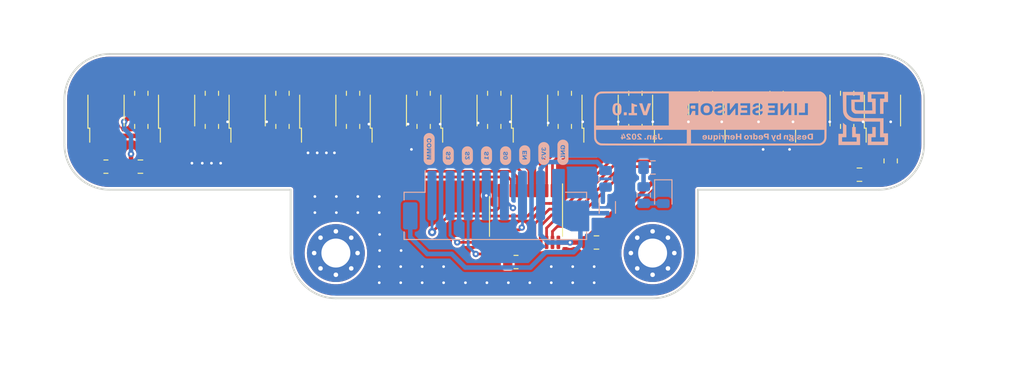
<source format=kicad_pcb>
(kicad_pcb (version 20221018) (generator pcbnew)
  (layers (0 "F.Cu" signal) (31 "B.Cu" signal) (34 "B.Paste" user) (35 "F.Paste" user) (36 "B.SilkS" user "B.Silkscreen") (37 "F.SilkS" user "F.Silkscreen") (38 "B.Mask" user) (39 "F.Mask" user) (44 "Edge.Cuts" user))
  (net 0 "")
  (net 1 "+3V3")
  (net 2 "GND")
  (net 3 "/EN")
  (net 4 "/COMM")
  (net 5 "Net-(U1-A)")
  (net 6 "/S1")
  (net 7 "Net-(U2-A)")
  (net 8 "/S2")
  (net 9 "Net-(U3-A)")
  (net 10 "/S3")
  (net 11 "Net-(U4-A)")
  (net 12 "Net-(U5-A)")
  (net 13 "Net-(U6-A)")
  (net 14 "Net-(U7-A)")
  (net 15 "Net-(U8-A)")
  (net 16 "Net-(U9-A)")
  (net 17 "Net-(U10-A)")
  (net 22 "Net-(U12-A)")
  (net 23 "Net-(U13-A)")
  (net 24 "Net-(D1-A)")
  (net 25 "/S0")
  (net 26 "/I1")
  (net 27 "/I2")
  (net 28 "/I3")
  (net 29 "/I4")
  (net 30 "/I5")
  (net 31 "/I6")
  (net 32 "/I7")
  (net 33 "/I8")
  (net 34 "/I9")
  (net 35 "/I10")
  (net 36 "/I11")
  (net 37 "/I12")
  (net 38 "Earth")
  (net 39 "Net-(Q101-G)")
  (footprint "Custom:ITR8307_S18_TR8_B" (layer "F.Cu") (at 146.4 46.25)
    (fp_text reference "U6" hide)
    (fp_text value "ITR8307")
  )
  (footprint "Resistor_SMD:R_0805_2012Metric" (layer "F.Cu") (at 144.907 62.992 180)
    (fp_text reference "R21" hide)
    (fp_text value "10k")
  )
  (footprint "Resistor_SMD:R_0805_2012Metric" (layer "F.Cu") (at 186.309 51.816 90)
    (fp_text reference "R2" hide)
    (fp_text value "10k")
  )
  (footprint "Resistor_SMD:R_0805_2012Metric" (layer "F.Cu") (at 111.3 48.006 -90)
    (fp_text reference "R23" hide)
    (fp_text value "10k")
  )
  (footprint "Capacitor_SMD:C_0805_2012Metric_Pad1.18x1.45mm_HandSolder" (layer "F.Cu") (at 182.8585 53.34 180)
    (fp_text reference "C3" hide)
    (fp_text value "100n")
  )
  (footprint "Custom:ITR8307_S18_TR8_B" (layer "F.Cu") (at 123 46.25)
    (fp_text reference "U9" hide)
    (fp_text value "ITR8307")
  )
  (footprint "Resistor_SMD:R_0805_2012Metric" (layer "F.Cu") (at 173.7 44.3465 -90)
    (fp_text reference "R3" hide)
    (fp_text value "100")
  )
  (footprint "Custom:ITR8307_S18_TR8_B" (layer "F.Cu") (at 177.6 46.25)
    (fp_text reference "U2" hide)
    (fp_text value "ITR8307")
  )
  (footprint "Resistor_SMD:R_0805_2012Metric" (layer "F.Cu") (at 126.9 48.006 -90)
    (fp_text reference "R18" hide)
    (fp_text value "10k")
  )
  (footprint "MountingHole:MountingHole_3.2mm_M3_Pad_Via" (layer "F.Cu") (at 125 62)
    (fp_text reference "H1" hide)
    (fp_text value "MountingHole")
  )
  (footprint "Resistor_SMD:R_0805_2012Metric" (layer "F.Cu") (at 181.5 48.006 -90)
    (fp_text reference "R4" hide)
    (fp_text value "10k")
  )
  (footprint "Resistor_SMD:R_0805_2012Metric" (layer "F.Cu") (at 165.9 44.3465 -90)
    (fp_text reference "R5" hide)
    (fp_text value "100")
  )
  (footprint "MountingHole:MountingHole_3.2mm_M3_Pad_Via" (layer "F.Cu") (at 160 62)
    (fp_text reference "H2" hide)
    (fp_text value "MountingHole")
  )
  (footprint "Custom:ITR8307_S18_TR8_B" (layer "F.Cu") (at 185.4 46.25)
    (fp_text reference "U1" hide)
    (fp_text value "ITR8307")
  )
  (footprint "Custom:ITR8307_S18_TR8_B" (layer "F.Cu") (at 130.8 46.25)
    (fp_text reference "U8" hide)
    (fp_text value "ITR8307")
  )
  (footprint "Resistor_SMD:R_0805_2012Metric" (layer "F.Cu") (at 126.9 44.3465 -90)
    (fp_text reference "R15" hide)
    (fp_text value "100")
  )
  (footprint "Resistor_SMD:R_0805_2012Metric" (layer "F.Cu") (at 150.3 44.3465 -90)
    (fp_text reference "R9" hide)
    (fp_text value "100")
  )
  (footprint "Resistor_SMD:R_0805_2012Metric" (layer "F.Cu") (at 150.3 48.006 -90)
    (fp_text reference "R12" hide)
    (fp_text value "10k")
  )
  (footprint "Custom:ITR8307_S18_TR8_B" (layer "F.Cu") (at 138.6 46.25)
    (fp_text reference "U7" hide)
    (fp_text value "ITR8307")
  )
  (footprint "Resistor_SMD:R_0805_2012Metric" (layer "F.Cu") (at 134.7 44.3465 -90)
    (fp_text reference "R13" hide)
    (fp_text value "100")
  )
  (footprint "Custom:ITR8307_S18_TR8_B" (layer "F.Cu") (at 162 46.25)
    (fp_text reference "U4" hide)
    (fp_text value "ITR8307")
  )
  (footprint "Custom:ITR8307_S18_TR8_B" (layer "F.Cu") (at 99.6 46.25)
    (fp_text reference "U13" hide)
    (fp_text value "ITR8307")
  )
  (footprint "Package_SO:TSSOP-24_4.4x7.8mm_P0.65mm" (layer "F.Cu") (at 146.01 57.955 -90)
    (fp_text reference "U11" hide)
    (fp_text value "74HC4067PW")
  )
  (footprint "Custom:ITR8307_S18_TR8_B" (layer "F.Cu") (at 169.8 46.25)
    (fp_text reference "U3" hide)
    (fp_text value "ITR8307")
  )
  (footprint "Resistor_SMD:R_0805_2012Metric" (layer "F.Cu") (at 158.1 48.006 -90)
    (fp_text reference "R10" hide)
    (fp_text value "10k")
  )
  (footprint "Resistor_SMD:R_0805_2012Metric" (layer "F.Cu") (at 173.7 48.006 -90)
    (fp_text reference "R6" hide)
    (fp_text value "10k")
  )
  (footprint "Custom:ITR8307_S18_TR8_B" (layer "F.Cu") (at 115.2 46.25)
    (fp_text reference "U10" hide)
    (fp_text value "ITR8307")
  )
  (footprint "Resistor_SMD:R_0805_2012Metric" (layer "F.Cu") (at 99.5895 52.451)
    (fp_text reference "R24" hide)
    (fp_text value "100")
  )
  (footprint "Resistor_SMD:R_0805_2012Metric" (layer "F.Cu") (at 165.9 48.006 -90)
    (fp_text reference "R8" hide)
    (fp_text value "10k")
  )
  (footprint "Resistor_SMD:R_0805_2012Metric" (layer "F.Cu") (at 158.1 44.3465 -90)
    (fp_text reference "R7" hide)
    (fp_text value "100")
  )
  (footprint "Resistor_SMD:R_0805_2012Metric" (layer "F.Cu") (at 103.5 44.3465 -90)
    (fp_text reference "R22" hide)
    (fp_text value "100")
  )
  (footprint "Custom:ITR8307_S18_TR8_B" (layer "F.Cu") (at 107.4 46.25)
    (fp_text reference "U12" hide)
    (fp_text value "ITR8307")
  )
  (footprint "Resistor_SMD:R_0805_2012Metric" (layer "F.Cu") (at 142.5 44.3465 -90)
    (fp_text reference "R11" hide)
    (fp_text value "100")
  )
  (footprint "Resistor_SMD:R_0805_2012Metric" (layer "F.Cu") (at 119.1 44.3465 -90)
    (fp_text reference "R17" hide)
    (fp_text value "100")
  )
  (footprint "Capacitor_SMD:C_0805_2012Metric_Pad1.18x1.45mm_HandSolder" (layer "F.Cu") (at 103.3995 52.451)
    (fp_text reference "C2" hide)
    (fp_text value "100n")
  )
  (footprint "Resistor_SMD:R_0805_2012Metric" (layer "F.Cu") (at 181.5 44.3465 -90)
    (fp_text reference "R1" hide)
    (fp_text value "100")
  )
  (footprint "Custom:ITR8307_S18_TR8_B" (layer "F.Cu") (at 154.2 46.25)
    (fp_text reference "U5" hide)
    (fp_text value "ITR8307")
  )
  (footprint "Resistor_SMD:R_0805_2012Metric" (layer "F.Cu") (at 103.5 48.006 -90)
    (fp_text reference "R25" hide)
    (fp_text value "10k")
  )
  (footprint "Resistor_SMD:R_0805_2012Metric" (layer "F.Cu") (at 134.7 48.006 -90)
    (fp_text reference "R16" hide)
    (fp_text value "10k")
  )
  (footprint "Capacitor_SMD:C_0805_2012Metric_Pad1.18x1.45mm_HandSolder" (layer "F.Cu") (at 153.797 60.833)
    (fp_text reference "C1" hide)
    (fp_text value "100n")
  )
  (footprint "Resistor_SMD:R_0805_2012Metric" (layer "F.Cu") (at 119.1 48.006 -90)
    (fp_text reference "R20" hide)
    (fp_text value "10k")
  )
  (footprint "Resistor_SMD:R_0805_2012Metric" (layer "F.Cu") (at 111.3 44.3465 -90)
    (fp_text reference "R19" hide)
    (fp_text value "100")
  )
  (footprint "Resistor_SMD:R_0805_2012Metric" (layer "F.Cu") (at 142.5 48.006 -90)
    (fp_text reference "R14" hide)
    (fp_text value "10k")
  )
  (footprint "LED_SMD:LED_0805_2012Metric" (layer "B.Cu") (at 161.1805 55.591 -90)
    (fp_text reference "D1" hide)
    (fp_text value "LED")
  )
  (footprint "Resistor_SMD:R_0805_2012Metric" (layer "B.Cu") (at 159.0215 55.591 -90)
    (fp_text reference "R26" hide)
    (fp_text value "1K")
  )
  (footprint "LOGO" (layer "B.Cu") (at 169.799 47.117 180)
    (fp_text reference "G***" hide)
    (fp_text value "LOGO" hide)
  )
  (footprint "Capacitor_SMD:C_0805_2012Metric_Pad1.18x1.45mm_HandSolder" (layer "B.Cu") (at 160.0375 52.543)
    (fp_text reference "C4" hide)
    (fp_text value "100n")
  )
  (footprint "LOGO" (layer "B.Cu") (at 142.7 50.5 -90)
    (fp_text reference "G***" hide)
    (fp_text value "LOGO" hide)
  )
  (footprint "Connector_JST:JST_PH_B8B-PH-SM4-TB_1x08-1MP_P2.00mm_Vertical" (layer "B.Cu") (at 142.621 56.142)
    (fp_text reference "J1" hide)
    (fp_text value "Conn_01x06_Socket")
  )
  (footprint "Package_TO_SOT_SMD:SOT-523" (layer "B.Cu") (at 155 56.955 -90)
    (fp_text reference "Q101" hide)
    (fp_text value "DMG1012T")
  )
  (footprint "Resistor_SMD:R_0805_2012Metric" (layer "B.Cu") (at 154.8 53.8 -90)
    (fp_text reference "R101" hide)
    (fp_text value "1k")
  )
  (gr_arc (start 165 62) (mid 163.535534 65.535534) (end 160 67) (stroke (width 0.2)) (layer "Edge.Cuts"))
  (gr_line (start 190 45) (end 190 50) (stroke (width 0.2)) (layer "Edge.Cuts"))
  (gr_arc (start 95 45) (mid 96.464466 41.464467) (end 100 40) (stroke (width 0.2)) (layer "Edge.Cuts"))
  (gr_line (start 185 55) (end 165 55) (stroke (width 0.2)) (layer "Edge.Cuts"))
  (gr_line (start 95 45) (end 95 50) (stroke (width 0.2)) (layer "Edge.Cuts"))
  (gr_line (start 100 55) (end 120 55) (stroke (width 0.2)) (layer "Edge.Cuts"))
  (gr_line (start 120 62) (end 120 55) (stroke (width 0.2)) (layer "Edge.Cuts"))
  (gr_line (start 165 55) (end 165 62) (stroke (width 0.2)) (layer "Edge.Cuts"))
  (gr_line (start 160 67) (end 125 67) (stroke (width 0.2)) (layer "Edge.Cuts"))
  (gr_arc (start 100 55) (mid 96.464466 53.535534) (end 95 50) (stroke (width 0.2)) (layer "Edge.Cuts"))
  (gr_arc (start 190 50) (mid 188.535534 53.535533) (end 185 55) (stroke (width 0.2)) (layer "Edge.Cuts"))
  (gr_arc (start 185 40) (mid 188.535533 41.464466) (end 190 45) (stroke (width 0.2)) (layer "Edge.Cuts"))
  (gr_arc (start 125 67) (mid 121.464466 65.535534) (end 120 62) (stroke (width 0.2)) (layer "Edge.Cuts"))
  (gr_line (start 100 40) (end 185 40) (stroke (width 0.2)) (layer "Edge.Cuts"))
  (segment (start 181.5 46.228) (end 186.944 46.228) (width 0.5) (layer "F.Cu") (net 1))
  (segment (start 111.3 45.259) (end 111.3 47.0935) (width 0.5) (layer "F.Cu") (net 1))
  (segment (start 150.876 60.833) (end 149.6005 60.833) (width 0.5) (layer "F.Cu") (net 1))
  (segment (start 101.981 47.117) (end 102.108 47.117) (width 0.5) (layer "F.Cu") (net 1))
  (segment (start 173.7 45.259) (end 173.7 47.0935) (width 0.5) (layer "F.Cu") (net 1))
  (segment (start 157.48 56.685) (end 160.698 53.467) (width 0.5) (layer "F.Cu") (net 1))
  (segment (start 187.96 51.816) (end 187.0475 52.7285) (width 0.5) (layer "F.Cu") (net 1))
  (segment (start 183.515 51.943) (end 183.896 52.324) (width 0.5) (layer "F.Cu") (net 1))
  (segment (start 186.944 46.228) (end 187.96 47.244) (width 0.5) (layer "F.Cu") (net 1))
  (segment (start 180.086 51.943) (end 183.515 51.943) (width 0.5) (layer "F.Cu") (net 1))
  (segment (start 142.5 45.259) (end 142.5 47.0935) (width 0.5) (layer "F.Cu") (net 1))
  (segment (start 183.896 52.324) (end 183.896 53.34) (width 0.5) (layer "F.Cu") (net 1))
  (segment (start 181.5 46.228) (end 181.5 47.0935) (width 0.5) (layer "F.Cu") (net 1))
  (segment (start 102.362 52.451) (end 102.362 51.054) (width 0.5) (layer "F.Cu") (net 1))
  (segment (start 158.1 45.259) (end 158.1 47.0935) (width 0.5) (layer "F.Cu") (net 1))
  (segment (start 102.1315 47.0935) (end 103.5 47.0935) (width 0.5) (layer "F.Cu") (net 1))
  (segment (start 119.1 45.259) (end 119.1 47.0935) (width 0.5) (layer "F.Cu") (net 1))
  (segment (start 152.7595 60.833) (end 152.7595 60.3465) (width 0.5) (layer "F.Cu") (net 1))
  (segment (start 103.5 45.259) (end 103.5 46.228) (width 0.5) (layer "F.Cu") (net 1))
  (segment (start 183.896 53.34) (end 185.6975 53.34) (width 0.5) (layer "F.Cu") (net 1))
  (segment (start 181.5 46.228) (end 103.5 46.228) (width 0.5) (layer "F.Cu") (net 1))
  (segment (start 156.421 56.685) (end 157.48 56.685) (width 0.5) (layer "F.Cu") (net 1))
  (segment (start 185.6975 53.34) (end 186.309 52.7285) (width 0.5) (layer "F.Cu") (net 1))
  (segment (start 134.7 45.259) (end 134.7 47.0935) (width 0.5) (layer "F.Cu") (net 1))
  (segment (start 181.5 45.259) (end 181.5 46.228) (width 0.5) (layer "F.Cu") (net 1))
  (segment (start 101.6 47.498) (end 101.981 47.117) (width 0.5) (layer "F.Cu") (net 1))
  (segment (start 126.9 45.259) (end 126.9 47.0935) (width 0.5) (layer "F.Cu") (net 1))
  (segment (start 160.698 53.467) (end 178.562 53.467) (width 0.5) (layer "F.Cu") (net 1))
  (segment (start 165.9 45.259) (end 165.9 47.0935) (width 0.5) (layer "F.Cu") (net 1))
  (segment (start 150.3 45.259) (end 150.3 47.0935) (width 0.5) (layer "F.Cu") (net 1))
  (segment (start 100.502 52.451) (end 102.362 52.451) (width 0.5) (layer "F.Cu") (net 1))
  (segment (start 187.96 47.244) (end 187.96 51.816) (width 0.5) (layer "F.Cu") (net 1))
  (segment (start 152.7595 60.3465) (end 156.421 56.685) (width 0.5) (layer "F.Cu") (net 1))
  (segment (start 178.562 53.467) (end 180.086 51.943) (width 0.5) (layer "F.Cu") (net 1))
  (segment (start 187.0475 52.7285) (end 186.309 52.7285) (width 0.5) (layer "F.Cu") (net 1))
  (segment (start 103.5 46.228) (end 103.5 47.0935) (width 0.5) (layer "F.Cu") (net 1))
  (segment (start 102.108 47.117) (end 102.1315 47.0935) (width 0.5) (layer "F.Cu") (net 1))
  (segment (start 152.7595 60.833) (end 150.876 60.833) (width 0.5) (layer "F.Cu") (net 1))
  (via (at 101.6 47.498) (size 0.7) (drill 0.3) (layers "F.Cu" "B.Cu") (net 1))
  (via (at 150.876 60.833) (size 0.7) (drill 0.3) (layers "F.Cu" "B.Cu") (net 1))
  (via (at 102.362 51.054) (size 0.7) (drill 0.3) (layers "F.Cu" "B.Cu") (net 1))
  (segment (start 159 52.543) (end 159 54.657) (width 0.5) (layer "B.Cu") (net 1))
  (segment (start 148.463 60.833) (end 150.876 60.833) (width 0.5) (layer "B.Cu") (net 1))
  (segment (start 101.6 48.26) (end 101.6 47.498) (width 0.5) (layer "B.Cu") (net 1))
  (segment (start 147.621 55.642) (end 147.621 59.991) (width 0.5) (layer "B.Cu") (net 1))
  (segment (start 148.336 51.943) (end 153.8555 51.943) (width 0.5) (layer "B.Cu") (net 1))
  (segment (start 147.621 55.642) (end 147.621 52.658) (width 0.5) (layer "B.Cu") (net 1))
  (segment (start 147.621 59.991) (end 148.463 60.833) (width 0.5) (layer "B.Cu") (net 1))
  (segment (start 102.362 51.054) (end 102.362 49.022) (width 0.5) (layer "B.Cu") (net 1))
  (segment (start 147.621 52.658) (end 148.336 51.943) (width 0.5) (layer "B.Cu") (net 1))
  (segment (start 102.362 49.022) (end 101.6 48.26) (width 0.5) (layer "B.Cu") (net 1))
  (segment (start 153.8555 51.943) (end 154.8 52.8875) (width 0.5) (layer "B.Cu") (net 1))
  (via (at 151.172332 63.5) (size 0.7) (drill 0.3) (layers "F.Cu" "B.Cu") (net 2))
  (via (at 153.543 63.5) (size 0.7) (drill 0.3) (layers "F.Cu" "B.Cu") (net 2))
  (via (at 167.64 47.498) (size 0.7) (drill 0.3) (layers "F.Cu" "B.Cu") (net 2))
  (via (at 132.207 61.722) (size 0.7) (drill 0.3) (layers "F.Cu" "B.Cu") (net 2))
  (via (at 117.348 47.498) (size 0.7) (drill 0.3) (layers "F.Cu" "B.Cu") (net 2))
  (via (at 136.906 65.278) (size 0.7) (drill 0.3) (layers "F.Cu" "B.Cu") (net 2))
  (via (at 122.682 57.531) (size 0.7) (drill 0.3) (layers "F.Cu" "B.Cu") (net 2))
  (via (at 132.969 47.752) (size 0.7) (drill 0.3) (layers "F.Cu" "B.Cu") (net 2))
  (via (at 144.060332 65.278) (size 0.7) (drill 0.3) (layers "F.Cu" "B.Cu") (net 2))
  (via (at 132.164666 63.5) (size 0.7) (drill 0.3) (layers "F.Cu" "B.Cu") (net 2))
  (via (at 127.423332 57.531) (size 0.7) (drill 0.3) (layers "F.Cu" "B.Cu") (net 2))
  (via (at 113.03 47.498) (size 0.7) (drill 0.3) (layers "F.Cu" "B.Cu") (net 2))
  (via (at 153.543 65.278) (size 0.7) (drill 0.3) (layers "F.Cu" "B.Cu") (net 2))
  (via (at 123.952 50.927) (size 0.7) (drill 0.3) (layers "F.Cu" "B.Cu") (net 2))
  (via (at 121.92 50.927) (size 0.7) (drill 0.3) (layers "F.Cu" "B.Cu") (net 2))
  (via (at 171.704 47.498) (size 0.7) (drill 0.3) (layers "F.Cu" "B.Cu") (net 2))
  (via (at 129.794 57.531) (size 0.7) (drill 0.3) (layers "F.Cu" "B.Cu") (net 2))
  (via (at 151.172332 65.278) (size 0.7) (drill 0.3) (layers "F.Cu" "B.Cu") (net 2))
  (via (at 160.02 47.498) (size 0.7) (drill 0.3) (layers "F.Cu" "B.Cu") (net 2))
  (via (at 186.309 47.498) (size 0.7) (drill 0.3) (layers "F.Cu" "B.Cu") (net 2))
  (via (at 110.236 52.07) (size 0.7) (drill 0.3) (layers "F.Cu" "B.Cu") (net 2))
  (via (at 132.164666 65.278) (size 0.7) (drill 0.3) (layers "F.Cu" "B.Cu") (net 2))
  (via (at 125.052666 57.531) (size 0.7) (drill 0.3) (layers "F.Cu" "B.Cu") (net 2))
  (via (at 124.841 50.927) (size 0.7) (drill 0.3) (layers "F.Cu" "B.Cu") (net 2))
  (via (at 140.716 47.625) (size 0.7) (drill 0.3) (layers "F.Cu" "B.Cu") (net 2))
  (via (at 111.252 52.07) (size 0.7) (drill 0.3) (layers "F.Cu" "B.Cu") (net 2))
  (via (at 148.801666 65.278) (size 0.7) (drill 0.3) (layers "F.Cu" "B.Cu") (net 2))
  (via (at 134.535332 63.5) (size 0.7) (drill 0.3) (layers "F.Cu" "B.Cu") (net 2))
  (via (at 148.463 47.625) (size 0.7) (drill 0.3) (layers "F.Cu" "B.Cu") (net 2))
  (via (at 129.836334 59.944) (size 0.7) (drill 0.3) (layers "F.Cu" "B.Cu") (net 2))
  (via (at 122.682 55.753) (size 0.7) (drill 0.3) (layers "F.Cu" "B.Cu") (net 2))
  (via (at 109.093 52.07) (size 0.7) (drill 0.3) (layers "F.Cu" "B.Cu") (net 2))
  (via (at 156.21 47.498) (size 0.7) (drill 0.3) (layers "F.Cu" "B.Cu") (net 2))
  (via (at 183.261 47.498) (size 0.7) (drill 0.3) (layers "F.Cu" "B.Cu") (net 2))
  (via (at 122.936 50.927) (size 0.7) (drill 0.3) (layers "F.Cu" "B.Cu") (net 2))
  (via (at 134.535332 65.278) (size 0.7) (drill 0.3) (layers "F.Cu" "B.Cu") (net 2))
  (via (at 133.35 50.546) (size 0.7) (drill 0.3) (layers "F.Cu" "B.Cu") (net 2))
  (via (at 141.689666 65.278) (size 0.7) (drill 0.3) (layers "F.Cu" "B.Cu") (net 2))
  (via (at 129.794 63.5) (size 0.7) (drill 0.3) (layers "F.Cu" "B.Cu") (net 2))
  (via (at 175.133 50.546) (size 0.7) (drill 0.3) (layers "F.Cu" "B.Cu") (net 2))
  (via (at 179.578 47.498) (size 0.7) (drill 0.3) (layers "F.Cu" "B.Cu") (net 2))
  (via (at 127.423332 55.753) (size 0.7) (drill 0.3) (layers "F.Cu" "B.Cu") (net 2))
  (via (at 136.525 47.752) (size 0.7) (drill 0.3) (layers "F.Cu" "B.Cu") (net 2))
  (via (at 112.268 52.07) (size 0.7) (drill 0.3) (layers "F.Cu" "B.Cu") (net 2))
  (via (at 144.272 47.498) (size 0.7) (drill 0.3) (layers "F.Cu" "B.Cu") (net 2))
  (via (at 139.319 65.278) (size 0.7) (drill 0.3) (layers "F.Cu" "B.Cu") (net 2))
  (via (at 146.431 65.278) (size 0.7) (drill 0.3) (layers "F.Cu" "B.Cu") (net 2))
  (via (at 163.957 47.498) (size 0.7) (drill 0.3) (layers "F.Cu" "B.Cu") (net 2))
  (via (at 136.906 63.5) (size 0.7) (drill 0.3) (layers "F.Cu" "B.Cu") (net 2))
  (via (at 125.052666 55.753) (size 0.7) (drill 0.3) (layers "F.Cu" "B.Cu") (net 2))
  (via (at 129.836334 61.722) (size 0.7) (drill 0.3) (layers "F.Cu" "B.Cu") (net 2))
  (via (at 129.794 55.753) (size 0.7) (drill 0.3) (layers "F.Cu" "B.Cu") (net 2))
  (via (at 148.801666 63.5) (size 0.7) (drill 0.3) (layers "F.Cu" "B.Cu") (net 2))
  (via (at 172.212 50.546) (size 0.7) (drill 0.3) (layers "F.Cu" "B.Cu") (net 2))
  (via (at 152.273 47.498) (size 0.7) (drill 0.3) (layers "F.Cu" "B.Cu") (net 2))
  (via (at 128.651 47.752) (size 0.7) (drill 0.3) (layers "F.Cu" "B.Cu") (net 2))
  (via (at 175.514 47.498) (size 0.7) (drill 0.3) (layers "F.Cu" "B.Cu") (net 2))
  (via (at 129.794 65.278) (size 0.7) (drill 0.3) (layers "F.Cu" "B.Cu") (net 2))
  (segment (start 143.735 60.8175) (end 143.735 62.7325) (width 0.3) (layer "F.Cu") (net 3))
  (segment (start 143.735 62.7325) (end 143.9945 62.992) (width 0.3) (layer "F.Cu") (net 3))
  (segment (start 143.735 60.8175) (end 143.735 59.719) (width 0.3) (layer "F.Cu") (net 3))
  (segment (start 145.288 59.436) (end 145.542 59.182) (width 0.3) (layer "F.Cu") (net 3))
  (segment (start 143.735 59.719) (end 144.018 59.436) (width 0.3) (layer "F.Cu") (net 3))
  (segment (start 144.018 59.436) (end 145.288 59.436) (width 0.3) (layer "F.Cu") (net 3))
  (via (at 145.542 59.182) (size 0.7) (drill 0.3) (layers "F.Cu" "B.Cu") (net 3))
  (segment (start 145.542 59.182) (end 145.621 59.103) (width 0.3) (layer "B.Cu") (net 3))
  (segment (start 145.621 59.103) (end 145.621 55.642) (width 0.3) (layer "B.Cu") (net 3))
  (segment (start 148.59 56.515) (end 147.574 56.515) (width 0.3) (layer "F.Cu") (net 4))
  (segment (start 148.899999 56.515) (end 148.59 56.515) (width 0.3) (layer "F.Cu") (net 4))
  (segment (start 137.414 57.912) (end 135.636 59.69) (width 0.3) (layer "F.Cu") (net 4))
  (segment (start 149.585 55.829999) (end 148.899999 56.515) (width 0.3) (layer "F.Cu") (net 4))
  (segment (start 146.177 57.912) (end 137.414 57.912) (width 0.3) (layer "F.Cu") (net 4))
  (segment (start 149.585 55.0925) (end 149.585 55.829999) (width 0.3) (layer "F.Cu") (net 4))
  (segment (start 147.574 56.515) (end 146.177 57.912) (width 0.3) (layer "F.Cu") (net 4))
  (via (at 135.636 59.69) (size 0.9) (drill 0.4) (layers "F.Cu" "B.Cu") (net 4))
  (segment (start 135.621 59.675) (end 135.621 55.642) (width 0.3) (layer "B.Cu") (net 4))
  (segment (start 135.636 59.69) (end 135.621 59.675) (width 0.3) (layer "B.Cu") (net 4))
  (segment (start 181.516 43.45) (end 181.5 43.434) (width 0.5) (layer "F.Cu") (net 5))
  (segment (start 184.5 43.45) (end 181.516 43.45) (width 0.5) (layer "F.Cu") (net 5))
  (segment (start 142.748 57.277) (end 142.090832 57.277) (width 0.3) (layer "F.Cu") (net 6))
  (segment (start 141.621 55.642) (end 141.621 56.807168) (width 0.3) (layer "F.Cu") (net 6))
  (segment (start 143.085 55.0925) (end 143.085 56.94) (width 0.3) (layer "F.Cu") (net 6))
  (segment (start 142.090832 57.277) (end 141.621 56.807168) (width 0.3) (layer "F.Cu") (net 6))
  (segment (start 143.085 56.94) (end 142.748 57.277) (width 0.3) (layer "F.Cu") (net 6))
  (via (at 141.621 55.642) (size 0.7) (drill 0.3) (layers "F.Cu" "B.Cu") (net 6))
  (segment (start 173.716 43.45) (end 173.7 43.434) (width 0.5) (layer "F.Cu") (net 7))
  (segment (start 176.7 43.45) (end 173.716 43.45) (width 0.5) (layer "F.Cu") (net 7))
  (segment (start 143.085 61.554999) (end 143.085 60.8175) (width 0.3) (layer "F.Cu") (net 8))
  (segment (start 142.536999 62.103) (end 143.085 61.554999) (width 0.3) (layer "F.Cu") (net 8))
  (segment (start 140.462 62.103) (end 142.536999 62.103) (width 0.3) (layer "F.Cu") (net 8))
  (via (at 140.462 62.103) (size 0.7) (drill 0.3) (layers "F.Cu" "B.Cu") (net 8))
  (segment (start 139.621 55.642) (end 139.621 61.262) (width 0.3) (layer "B.Cu") (net 8))
  (segment (start 139.621 61.262) (end 140.462 62.103) (width 0.3) (layer "B.Cu") (net 8))
  (segment (start 165.916 43.45) (end 165.9 43.434) (width 0.5) (layer "F.Cu") (net 9))
  (segment (start 168.9 43.45) (end 165.916 43.45) (width 0.5) (layer "F.Cu") (net 9))
  (segment (start 138.4145 60.8175) (end 142.435 60.8175) (width 0.3) (layer "F.Cu") (net 10))
  (via (at 138.4145 60.8175) (size 0.7) (drill 0.3) (layers "F.Cu" "B.Cu") (net 10))
  (segment (start 138.4145 60.8175) (end 137.621 60.024) (width 0.3) (layer "B.Cu") (net 10))
  (segment (start 137.621 60.024) (end 137.621 55.642) (width 0.3) (layer "B.Cu") (net 10))
  (segment (start 161.1 43.45) (end 158.116 43.45) (width 0.5) (layer "F.Cu") (net 11))
  (segment (start 158.116 43.45) (end 158.1 43.434) (width 0.5) (layer "F.Cu") (net 11))
  (segment (start 150.316 43.45) (end 150.3 43.434) (width 0.5) (layer "F.Cu") (net 12))
  (segment (start 153.3 43.45) (end 150.316 43.45) (width 0.5) (layer "F.Cu") (net 12))
  (segment (start 142.516 43.45) (end 142.5 43.434) (width 0.5) (layer "F.Cu") (net 13))
  (segment (start 145.5 43.45) (end 142.516 43.45) (width 0.5) (layer "F.Cu") (net 13))
  (segment (start 134.716 43.45) (end 134.7 43.434) (width 0.5) (layer "F.Cu") (net 14))
  (segment (start 137.7 43.45) (end 134.716 43.45) (width 0.5) (layer "F.Cu") (net 14))
  (segment (start 126.916 43.45) (end 126.9 43.434) (width 0.5) (layer "F.Cu") (net 15))
  (segment (start 129.9 43.45) (end 126.916 43.45) (width 0.5) (layer "F.Cu") (net 15))
  (segment (start 122.1 43.45) (end 119.116 43.45) (width 0.5) (layer "F.Cu") (net 16))
  (segment (start 119.116 43.45) (end 119.1 43.434) (width 0.5) (layer "F.Cu") (net 16))
  (segment (start 111.316 43.45) (end 111.3 43.434) (width 0.5) (layer "F.Cu") (net 17))
  (segment (start 114.3 43.45) (end 111.316 43.45) (width 0.5) (layer "F.Cu") (net 17))
  (segment (start 106.5 43.45) (end 103.516 43.45) (width 0.5) (layer "F.Cu") (net 22))
  (segment (start 103.516 43.45) (end 103.5 43.434) (width 0.5) (layer "F.Cu") (net 22))
  (segment (start 98.282 43.45) (end 97.028 44.704) (width 0.5) (layer "F.Cu") (net 23))
  (segment (start 98.7 43.45) (end 98.282 43.45) (width 0.5) (layer "F.Cu") (net 23))
  (segment (start 97.026 51.353) (end 98.124 52.451) (width 0.5) (layer "F.Cu") (net 23))
  (segment (start 97.028 44.704) (end 97.028 51.226) (width 0.5) (layer "F.Cu") (net 23))
  (segment (start 159.0215 56.5035) (end 161.1555 56.5035) (width 0.5) (layer "B.Cu") (net 24))
  (segment (start 143.735 56.187) (end 143.735 55.0925) (width 0.3) (layer "F.Cu") (net 25))
  (segment (start 144.571 57.023) (end 143.735 56.187) (width 0.3) (layer "F.Cu") (net 25))
  (via (at 144.571 57.023) (size 0.7) (drill 0.3) (layers "F.Cu" "B.Cu") (net 25))
  (segment (start 144.571 57.023) (end 143.621 56.073) (width 0.3) (layer "B.Cu") (net 25))
  (segment (start 143.621 56.073) (end 143.621 55.642) (width 0.3) (layer "B.Cu") (net 25))
  (segment (start 157.353 52.451) (end 177.927 52.451) (width 0.3) (layer "F.Cu") (net 26))
  (segment (start 186.3 49.05) (end 186.3 50.8945) (width 0.5) (layer "F.Cu") (net 26))
  (segment (start 179.4745 50.9035) (end 186.309 50.9035) (width 0.3) (layer "F.Cu") (net 26))
  (segment (start 148.935 59.599) (end 149.479 59.055) (width 0.3) (layer "F.Cu") (net 26))
  (segment (start 177.927 52.451) (end 179.4745 50.9035) (width 0.3) (layer "F.Cu") (net 26))
  (segment (start 149.479 59.055) (end 150.749 59.055) (width 0.3) (layer "F.Cu") (net 26))
  (segment (start 148.935 60.8175) (end 148.935 59.599) (width 0.3) (layer "F.Cu") (net 26))
  (segment (start 150.749 59.055) (end 157.353 52.451) (width 0.3) (layer "F.Cu") (net 26))
  (segment (start 186.3 50.8945) (end 186.309 50.9035) (width 0.5) (layer "F.Cu") (net 26))
  (segment (start 148.285 59.233) (end 149.098 58.42) (width 0.3) (layer "F.Cu") (net 27))
  (segment (start 150.495 58.42) (end 157.099 51.816) (width 0.3) (layer "F.Cu") (net 27))
  (segment (start 157.099 51.816) (end 176.911 51.816) (width 0.3) (layer "F.Cu") (net 27))
  (segment (start 149.098 58.42) (end 150.495 58.42) (width 0.3) (layer "F.Cu") (net 27))
  (segment (start 178.5 49.05) (end 181.3685 49.05) (width 0.5) (layer "F.Cu") (net 27))
  (segment (start 176.911 51.816) (end 178.5 50.227) (width 0.3) (layer "F.Cu") (net 27))
  (segment (start 181.3685 49.05) (end 181.5 48.9185) (width 0.5) (layer "F.Cu") (net 27))
  (segment (start 148.285 60.8175) (end 148.285 59.233) (width 0.3) (layer "F.Cu") (net 27))
  (segment (start 178.5 50.227) (end 178.5 49.05) (width 0.3) (layer "F.Cu") (net 27))
  (segment (start 150.241 57.785) (end 156.845 51.181) (width 0.3) (layer "F.Cu") (net 28))
  (segment (start 170.7 49.05) (end 173.5685 49.05) (width 0.5) (layer "F.Cu") (net 28))
  (segment (start 170.7 50.153) (end 170.7 49.05) (width 0.3) (layer "F.Cu") (net 28))
  (segment (start 156.845 51.181) (end 169.672 51.181) (width 0.3) (layer "F.Cu") (net 28))
  (segment (start 148.844 57.785) (end 150.241 57.785) (width 0.3) (layer "F.Cu") (net 28))
  (segment (start 169.672 51.181) (end 170.7 50.153) (width 0.3) (layer "F.Cu") (net 28))
  (segment (start 147.635 60.8175) (end 147.635 58.994) (width 0.3) (layer "F.Cu") (net 28))
  (segment (start 173.5685 49.05) (end 173.7 48.9185) (width 0.5) (layer "F.Cu") (net 28))
  (segment (start 147.635 58.994) (end 148.844 57.785) (width 0.3) (layer "F.Cu") (net 28))
  (segment (start 156.591 50.546) (end 161.404 50.546) (width 0.3) (layer "F.Cu") (net 29))
  (segment (start 146.985 60.8175) (end 146.985 58.755) (width 0.3) (layer "F.Cu") (net 29))
  (segment (start 161.404 50.546) (end 162.9 49.05) (width 0.3) (layer "F.Cu") (net 29))
  (segment (start 148.59 57.15) (end 149.987 57.15) (width 0.3) (layer "F.Cu") (net 29))
  (segment (start 146.985 58.755) (end 148.59 57.15) (width 0.3) (layer "F.Cu") (net 29))
  (segment (start 165.7685 49.05) (end 165.9 48.9185) (width 0.5) (layer "F.Cu") (net 29))
  (segment (start 162.9 49.05) (end 165.7685 49.05) (width 0.5) (layer "F.Cu") (net 29))
  (segment (start 149.987 57.15) (end 156.591 50.546) (width 0.3) (layer "F.Cu") (net 29))
  (segment (start 148.935 55.0925) (end 148.935 51.979) (width 0.3) (layer "F.Cu") (net 30))
  (segment (start 155.1 49.05) (end 157.9685 49.05) (width 0.5) (layer "F.Cu") (net 30))
  (segment (start 153.797 51.054) (end 155.1 49.751) (width 0.3) (layer "F.Cu") (net 30))
  (segment (start 157.9685 49.05) (end 158.1 48.9185) (width 0.5) (layer "F.Cu") (net 30))
  (segment (start 149.86 51.054) (end 153.797 51.054) (width 0.3) (layer "F.Cu") (net 30))
  (segment (start 148.935 51.979) (end 149.86 51.054) (width 0.3) (layer "F.Cu") (net 30))
  (segment (start 155.1 49.751) (end 155.1 49.05) (width 0.3) (layer "F.Cu") (net 30))
  (segment (start 148.285 54.2875) (end 148.285 51.892) (width 0.3) (layer "F.Cu") (net 31))
  (segment (start 148.285 51.892) (end 147.3 50.907) (width 0.3) (layer "F.Cu") (net 31))
  (segment (start 147.3 50.907) (end 147.3 49.05) (width 0.3) (layer "F.Cu") (net 31))
  (segment (start 150.1685 49.05) (end 150.3 48.9185) (width 0.5) (layer "F.Cu") (net 31))
  (segment (start 147.3 49.05) (end 150.1685 49.05) (width 0.5) (layer "F.Cu") (net 31))
  (segment (start 142.5 49.917) (end 142.5 48.9185) (width 0.3) (layer "F.Cu") (net 32))
  (segment (start 145.796 50.419) (end 143.002 50.419) (width 0.3) (layer "F.Cu") (net 32))
  (segment (start 139.5 49.05) (end 142.3685 49.05) (width 0.5) (layer "F.Cu") (net 32))
  (segment (start 142.3685 49.05) (end 142.5 48.9185) (width 0.5) (layer "F.Cu") (net 32))
  (segment (start 147.635 54.2875) (end 147.635 52.258) (width 0.3) (layer "F.Cu") (net 32))
  (segment (start 143.002 50.419) (end 142.5 49.917) (width 0.3) (layer "F.Cu") (net 32))
  (segment (start 147.635 52.258) (end 145.796 50.419) (width 0.3) (layer "F.Cu") (net 32))
  (segment (start 134.7 49.864) (end 134.7 48.9185) (width 0.3) (layer "F.Cu") (net 33))
  (segment (start 146.985 54.2875) (end 146.985 52.497) (width 0.3) (layer "F.Cu") (net 33))
  (segment (start 131.7 49.05) (end 134.5685 49.05) (width 0.5) (layer "F.Cu") (net 33))
  (segment (start 145.542 51.054) (end 135.89 51.054) (width 0.3) (layer "F.Cu") (net 33))
  (segment (start 135.89 51.054) (end 134.7 49.864) (width 0.3) (layer "F.Cu") (net 33))
  (segment (start 134.5685 49.05) (end 134.7 48.9185) (width 0.5) (layer "F.Cu") (net 33))
  (segment (start 146.985 52.497) (end 145.542 51.054) (width 0.3) (layer "F.Cu") (net 33))
  (segment (start 126.7685 49.05) (end 126.9 48.9185) (width 0.5) (layer "F.Cu") (net 34))
  (segment (start 123.9 49.05) (end 126.7685 49.05) (width 0.5) (layer "F.Cu") (net 34))
  (segment (start 129.6705 51.689) (end 126.9 48.9185) (width 0.3) (layer "F.Cu") (net 34))
  (segment (start 146.335 54.2875) (end 146.335 52.863) (width 0.3) (layer "F.Cu") (net 34))
  (segment (start 145.161 51.689) (end 129.6705 51.689) (width 0.3) (layer "F.Cu") (net 34))
  (segment (start 146.335 52.863) (end 145.161 51.689) (width 0.3) (layer "F.Cu") (net 34))
  (segment (start 144.78 52.324) (end 120.904 52.324) (width 0.3) (layer "F.Cu") (net 35))
  (segment (start 145.685 54.2875) (end 145.685 53.229) (width 0.3) (layer "F.Cu") (net 35))
  (segment (start 118.9685 49.05) (end 119.1 48.9185) (width 0.5) (layer "F.Cu") (net 35))
  (segment (start 116.1 49.05) (end 118.9685 49.05) (width 0.5) (layer "F.Cu") (net 35))
  (segment (start 145.685 53.229) (end 144.78 52.324) (width 0.3) (layer "F.Cu") (net 35))
  (segment (start 119.1 50.52) (end 119.1 48.9185) (width 0.3) (layer "F.Cu") (net 35))
  (segment (start 120.904 52.324) (end 119.1 50.52) (width 0.3) (layer "F.Cu") (net 35))
  (segment (start 145.035 53.595) (end 144.399 52.959) (width 0.3) (layer "F.Cu") (net 36))
  (segment (start 111.1685 49.05) (end 111.3 48.9185) (width 0.5) (layer "F.Cu") (net 36))
  (segment (start 108.3 49.05) (end 111.1685 49.05) (width 0.5) (layer "F.Cu") (net 36))
  (segment (start 115.3405 52.959) (end 111.3 48.9185) (width 0.3) (layer "F.Cu") (net 36))
  (segment (start 145.035 54.2875) (end 145.035 53.595) (width 0.3) (layer "F.Cu") (net 36))
  (segment (start 144.399 52.959) (end 115.3405 52.959) (width 0.3) (layer "F.Cu") (net 36))
  (segment (start 108.204 53.594) (end 103.5285 48.9185) (width 0.3) (layer "F.Cu") (net 37))
  (segment (start 103.5285 48.9185) (end 103.5 48.9185) (width 0.3) (layer "F.Cu") (net 37))
  (segment (start 103.3685 49.05) (end 103.5 48.9185) (width 0.5) (layer "F.Cu") (net 37))
  (segment (start 144.385 53.961) (end 144.018 53.594) (width 0.3) (layer "F.Cu") (net 37))
  (segment (start 144.385 54.2875) (end 144.385 53.961) (width 0.3) (layer "F.Cu") (net 37))
  (segment (start 144.018 53.594) (end 108.204 53.594) (width 0.3) (layer "F.Cu") (net 37))
  (segment (start 100.5 49.05) (end 103.3685 49.05) (width 0.5) (layer "F.Cu") (net 37))
  (segment (start 146.5 63.6) (end 148.2 61.9) (width 0.5) (layer "B.Cu") (net 38))
  (segment (start 135.1 62.1) (end 137.8 62.1) (width 0.5) (layer "B.Cu") (net 38))
  (segment (start 137.8 62.1) (end 139.3 63.6) (width 0.5) (layer "B.Cu") (net 38))
  (segment (start 133.221 60.221) (end 135.1 62.1) (width 0.5) (layer "B.Cu") (net 38))
  (segment (start 152.021 61.144) (end 152.021 57.892) (width 0.5) (layer "B.Cu") (net 38))
  (segment (start 139.3 63.6) (end 146.5 63.6) (width 0.5) (layer "B.Cu") (net 38))
  (segment (start 152.313 57.6) (end 152.021 57.892) (width 0.5) (layer "B.Cu") (net 38))
  (segment (start 133.221 57.892) (end 133.221 60.221) (width 0.5) (layer "B.Cu") (net 38))
  (segment (start 148.2 61.9) (end 151.265 61.9) (width 0.5) (layer "B.Cu") (net 38))
  (segment (start 155 57.6) (end 152.313 57.6) (width 0.5) (layer "B.Cu") (net 38))
  (segment (start 151.265 61.9) (end 152.021 61.144) (width 0.5) (layer "B.Cu") (net 38))
  (segment (start 154.5 56.31) (end 154.5 55.0125) (width 0.5) (layer "B.Cu") (net 39))
  (segment (start 154.5 55.0125) (end 154.8 54.7125) (width 0.5) (layer "B.Cu") (net 39))
  (zone (net 2) (net_name "GND") (layers "F&B.Cu") (connect_pads yes (clearance 0.25)) (min_thickness 0.25) (fill yes (thermal_gap 0.5) (thermal_bridge_width 0.5))
    (polygon (pts (xy 91.948 35.941) (xy 87.884 74.803) (xy 201.041 74.168) (xy 195.834 34.036)))
  )
  (zone (net 38) (net_name "Earth") (layer "B.Cu") (priority 1) (connect_pads yes (clearance 0.25)) (min_thickness 0.25) (fill yes (thermal_gap 0.5) (thermal_bridge_width 0.5))
    (polygon (pts (xy 148.9 52.7) (xy 148.9 58.6) (xy 151 59.6) (xy 153 59.6) (xy 153 56.2) (xy 150.3 56.2) (xy 150.3 52.7)))
  )
)
</source>
